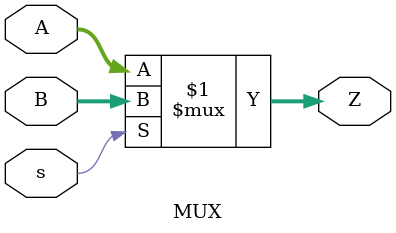
<source format=v>
`timescale 1ns / 1ps


module MUX
#(parameter n=32)
(
input [n-1:0]A,B,
input s,
output [n-1:0]Z
    );
    
    assign Z=s?B:A;
    
endmodule




</source>
